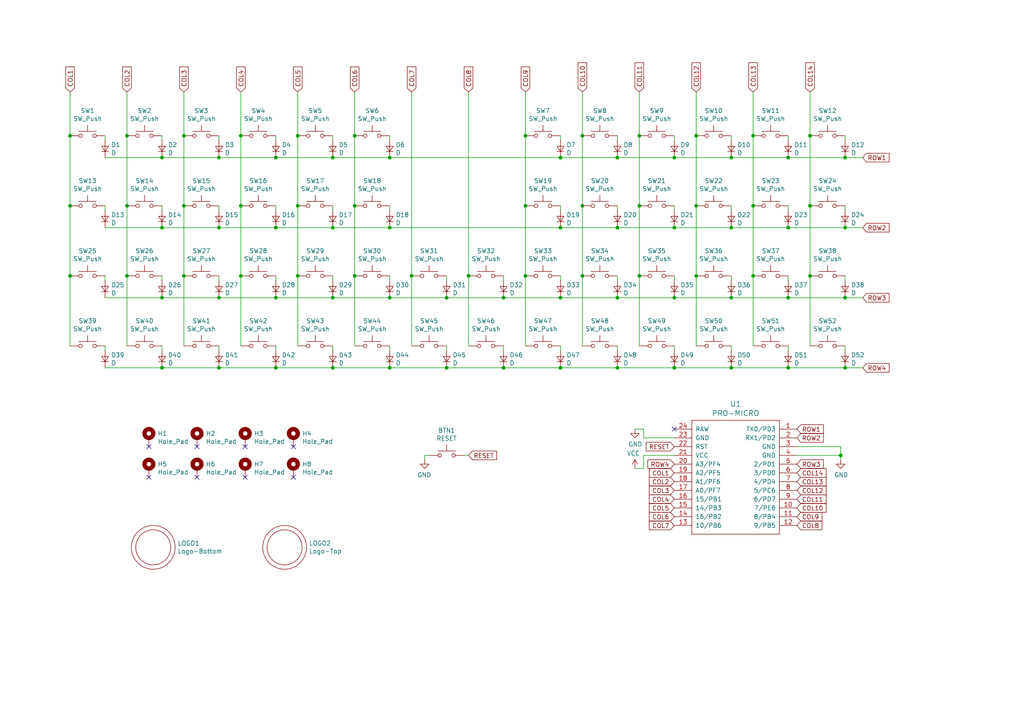
<source format=kicad_sch>
(kicad_sch (version 20250114) (generator "eeschema") (generator_version "9.0")
  (paper "A4")
  (title_block (title "Horizon Choc") (date "2023-11-09") (rev "2.4") (company "skarrmann"))
  (lib_symbols
    (symbol "horizon-components:D" (pin_numbers (hide yes)) (pin_names (offset 0.254) (hide yes))
      (property "Reference" "D" (at -1.27 2.032 0))
      (property "Value" "D" (at -1.27 -2.032 0))
      (symbol "D_0_1"
        (polyline (pts (xy -0.762 0) (xy 0.762 0)))
        (polyline (pts (xy -0.762 -1.016) (xy -0.762 1.016)))
        (polyline (pts (xy 0.762 -1.016) (xy -0.762 0) (xy 0.762 1.016) (xy 0.762 -1.016)))
      )
      (symbol "D_1_1"
        (pin passive line (at -2.54 0 0) (length 1.778) (name "K") (number "1"))
        (pin passive line (at 2.54 0 180) (length 1.778) (name "A") (number "2"))
      )
    )
    (symbol "horizon-components:Hole_Pad" (pin_numbers (hide yes)) (pin_names (offset 1.016) (hide yes))
      (property "Reference" "H" (at 0 6.35 0))
      (property "Value" "Hole_Pad" (at 0 4.445 0))
      (symbol "Hole_Pad_0_1"
        (circle (center 0 1.27) (radius 1.27) (stroke (width 1.27)))
      )
      (symbol "Hole_Pad_1_1"
        (pin input line (at 0 -2.54 90) (length 2.54) (name "1") (number "1"))
      )
    )
    (symbol "horizon-components:Logo" (pin_names (offset 1.016))
      (property "Reference" "LOGO" (at 0 -1.27 0))
      (property "Value" "Logo" (at 0 1.27 0))
      (symbol "Logo_0_1"
        (circle (center 0 0) (radius 5.08))
        (circle (center 0 0) (radius 6.35))
      )
    )
    (symbol "horizon-components:Pro-Micro" (pin_names (offset 1.016))
      (property "Reference" "U" (at 0 0 0))
      (property "Value" "Pro-Micro" (at 0 -19.05 0))
      (symbol "Pro-Micro_0_1"
        (rectangle (start -12.7 -16.51) (end 12.7 16.51))
      )
      (symbol "Pro-Micro_1_1"
        (pin input line (at -17.78 13.97 0) (length 5.08) (name "TX0/PD3") (number "1"))
        (pin input line (at -17.78 11.43 0) (length 5.08) (name "RX1/PD2") (number "2"))
        (pin input line (at -17.78 8.89 0) (length 5.08) (name "GND") (number "3"))
        (pin input line (at -17.78 6.35 0) (length 5.08) (name "GND") (number "4"))
        (pin input line (at -17.78 3.81 0) (length 5.08) (name "2/PD1") (number "5"))
        (pin input line (at -17.78 1.27 0) (length 5.08) (name "3/PD0") (number "6"))
        (pin input line (at -17.78 -1.27 0) (length 5.08) (name "4/PD4") (number "7"))
        (pin input line (at -17.78 -3.81 0) (length 5.08) (name "5/PC6") (number "8"))
        (pin input line (at -17.78 -6.35 0) (length 5.08) (name "6/PD7") (number "9"))
        (pin input line (at -17.78 -8.89 0) (length 5.08) (name "7/PE6") (number "10"))
        (pin input line (at -17.78 -11.43 0) (length 5.08) (name "8/PB4") (number "11"))
        (pin input line (at -17.78 -13.97 0) (length 5.08) (name "9/PB5") (number "12"))
        (pin input line (at 17.78 13.97 180) (length 5.08) (name "RAW") (number "24"))
        (pin input line (at 17.78 11.43 180) (length 5.08) (name "GND") (number "23"))
        (pin input line (at 17.78 8.89 180) (length 5.08) (name "RST") (number "22"))
        (pin input line (at 17.78 6.35 180) (length 5.08) (name "VCC") (number "21"))
        (pin input line (at 17.78 3.81 180) (length 5.08) (name "A3/PF4") (number "20"))
        (pin input line (at 17.78 1.27 180) (length 5.08) (name "A2/PF5") (number "19"))
        (pin input line (at 17.78 -1.27 180) (length 5.08) (name "A1/PF6") (number "18"))
        (pin input line (at 17.78 -3.81 180) (length 5.08) (name "A0/PF7") (number "17"))
        (pin input line (at 17.78 -6.35 180) (length 5.08) (name "15/PB1") (number "16"))
        (pin input line (at 17.78 -8.89 180) (length 5.08) (name "14/PB3") (number "15"))
        (pin input line (at 17.78 -11.43 180) (length 5.08) (name "16/PB2") (number "14"))
        (pin input line (at 17.78 -13.97 180) (length 5.08) (name "10/PB6") (number "13"))
      )
    )
    (symbol "horizon-components:SW_Push" (pin_numbers (hide yes)) (pin_names (offset 1.016) (hide yes))
      (property "Reference" "SW" (at 1.27 2.54 0))
      (property "Value" "SW_Push" (at 0 -1.524 0))
      (symbol "SW_Push_0_1"
        (circle (center -2.032 0) (radius 0.508))
        (polyline (pts (xy 0 1.27) (xy 0 3.048)))
        (circle (center 2.032 0) (radius 0.508))
        (polyline (pts (xy 2.54 1.27) (xy -2.54 1.27)))
        (pin passive line (at -5.08 0 0) (length 2.54) (name "1") (number "1"))
        (pin passive line (at 5.08 0 180) (length 2.54) (name "2") (number "2"))
      )
    )
    (symbol "power:GND" (power) (pin_names (offset 0))
      (property "Value" "GND" (at 0 -3.81 0))
      (symbol "GND_0_1"
        (polyline (pts (xy 0 0) (xy 0 -1.27) (xy 1.27 -1.27) (xy 0 -2.54) (xy -1.27 -1.27) (xy 0 -1.27)))
      )
      (symbol "GND_1_1"
        (pin power_in line (at 0 0 270) (length 0) (hide yes) (name "GND") (number "1"))
      )
    )
    (symbol "power:VCC" (power) (pin_names (offset 0))
      (property "Value" "VCC" (at 0 3.81 0))
      (symbol "VCC_0_1"
        (polyline (pts (xy -0.762 1.27) (xy 0 2.54)))
        (polyline (pts (xy 0 2.54) (xy 0.762 1.27)))
        (polyline (pts (xy 0 0) (xy 0 2.54)))
      )
      (symbol "VCC_1_1"
        (pin power_in line (at 0 0 90) (length 0) (hide yes) (name "VCC") (number "1"))
      )
    )
  )
  (junction (at 46.99 66.04))
  (junction (at 218.44 39.37))
  (junction (at 113.03 66.04))
  (junction (at 212.09 66.04))
  (junction (at 168.91 80.01))
  (junction (at 53.34 39.37))
  (junction (at 36.83 59.69))
  (junction (at 245.11 106.68))
  (junction (at 228.6 66.04))
  (junction (at 179.07 45.72))
  (junction (at 36.83 39.37))
  (junction (at 195.58 66.04))
  (junction (at 212.09 106.68))
  (junction (at 245.11 45.72))
  (junction (at 201.93 80.01))
  (junction (at 129.54 106.68))
  (junction (at 228.6 86.36))
  (junction (at 212.09 45.72))
  (junction (at 80.01 66.04))
  (junction (at 113.03 86.36))
  (junction (at 152.4 80.01))
  (junction (at 195.58 45.72))
  (junction (at 102.87 39.37))
  (junction (at 63.5 106.68))
  (junction (at 168.91 59.69))
  (junction (at 36.83 80.01))
  (junction (at 234.95 39.37))
  (junction (at 234.95 59.69))
  (junction (at 80.01 45.72))
  (junction (at 152.4 59.69))
  (junction (at 53.34 80.01))
  (junction (at 119.38 80.01))
  (junction (at 195.58 86.36))
  (junction (at 46.99 86.36))
  (junction (at 46.99 45.72))
  (junction (at 129.54 86.36))
  (junction (at 20.32 59.69))
  (junction (at 212.09 86.36))
  (junction (at 218.44 80.01))
  (junction (at 96.52 66.04))
  (junction (at 162.56 66.04))
  (junction (at 96.52 106.68))
  (junction (at 152.4 39.37))
  (junction (at 96.52 45.72))
  (junction (at 86.36 59.69))
  (junction (at 102.87 80.01))
  (junction (at 201.93 39.37))
  (junction (at 245.11 86.36))
  (junction (at 96.52 86.36))
  (junction (at 185.42 59.69))
  (junction (at 20.32 80.01))
  (junction (at 146.05 106.68))
  (junction (at 69.85 80.01))
  (junction (at 162.56 86.36))
  (junction (at 228.6 106.68))
  (junction (at 245.11 66.04))
  (junction (at 46.99 106.68))
  (junction (at 243.84 132.08))
  (junction (at 86.36 39.37))
  (junction (at 63.5 66.04))
  (junction (at 20.32 39.37))
  (junction (at 179.07 86.36))
  (junction (at 195.58 106.68))
  (junction (at 63.5 45.72))
  (junction (at 53.34 59.69))
  (junction (at 228.6 45.72))
  (junction (at 113.03 106.68))
  (junction (at 63.5 86.36))
  (junction (at 102.87 59.69))
  (junction (at 185.42 39.37))
  (junction (at 80.01 106.68))
  (junction (at 113.03 45.72))
  (junction (at 218.44 59.69))
  (junction (at 162.56 45.72))
  (junction (at 179.07 66.04))
  (junction (at 69.85 39.37))
  (junction (at 185.42 80.01))
  (junction (at 162.56 106.68))
  (junction (at 168.91 39.37))
  (junction (at 135.89 80.01))
  (junction (at 69.85 59.69))
  (junction (at 146.05 86.36))
  (junction (at 80.01 86.36))
  (junction (at 86.36 80.01))
  (junction (at 234.95 80.01))
  (junction (at 179.07 106.68))
  (junction (at 201.93 59.69))
  (no_connect (at 85.09 138.43))
  (no_connect (at 195.58 124.46))
  (no_connect (at 85.09 129.54))
  (no_connect (at 57.15 138.43))
  (no_connect (at 71.12 129.54))
  (no_connect (at 43.18 129.54))
  (no_connect (at 43.18 138.43))
  (no_connect (at 57.15 129.54))
  (no_connect (at 71.12 138.43))
  (wire (pts (xy 20.32 26.67) (xy 20.32 39.37)))
  (wire (pts (xy 63.5 66.04) (xy 80.01 66.04)))
  (wire (pts (xy 231.14 129.54) (xy 243.84 129.54)))
  (wire (pts (xy 152.4 59.69) (xy 152.4 80.01)))
  (wire (pts (xy 179.07 106.68) (xy 195.58 106.68)))
  (wire (pts (xy 146.05 100.33) (xy 146.05 101.6)))
  (wire (pts (xy 179.07 80.01) (xy 179.07 81.28)))
  (wire (pts (xy 245.11 106.68) (xy 250.19 106.68)))
  (wire (pts (xy 185.42 80.01) (xy 185.42 100.33)))
  (wire (pts (xy 195.58 39.37) (xy 195.58 40.64)))
  (wire (pts (xy 63.5 80.01) (xy 63.5 81.28)))
  (wire (pts (xy 86.36 59.69) (xy 86.36 80.01)))
  (wire (pts (xy 135.89 80.01) (xy 135.89 100.33)))
  (wire (pts (xy 123.19 132.08) (xy 123.19 133.35)))
  (wire (pts (xy 245.11 66.04) (xy 250.19 66.04)))
  (wire (pts (xy 80.01 100.33) (xy 80.01 101.6)))
  (wire (pts (xy 218.44 59.69) (xy 218.44 80.01)))
  (wire (pts (xy 30.48 86.36) (xy 46.99 86.36)))
  (wire (pts (xy 86.36 26.67) (xy 86.36 39.37)))
  (wire (pts (xy 162.56 106.68) (xy 179.07 106.68)))
  (wire (pts (xy 30.48 106.68) (xy 46.99 106.68)))
  (wire (pts (xy 46.99 66.04) (xy 63.5 66.04)))
  (wire (pts (xy 113.03 59.69) (xy 113.03 60.96)))
  (wire (pts (xy 63.5 45.72) (xy 80.01 45.72)))
  (wire (pts (xy 195.58 127) (xy 186.69 127)))
  (wire (pts (xy 86.36 80.01) (xy 86.36 100.33)))
  (wire (pts (xy 185.42 39.37) (xy 185.42 59.69)))
  (wire (pts (xy 245.11 100.33) (xy 245.11 101.6)))
  (wire (pts (xy 212.09 106.68) (xy 228.6 106.68)))
  (wire (pts (xy 168.91 39.37) (xy 168.91 59.69)))
  (wire (pts (xy 96.52 66.04) (xy 113.03 66.04)))
  (wire (pts (xy 245.11 45.72) (xy 250.19 45.72)))
  (wire (pts (xy 201.93 59.69) (xy 201.93 80.01)))
  (wire (pts (xy 63.5 86.36) (xy 80.01 86.36)))
  (wire (pts (xy 113.03 45.72) (xy 162.56 45.72)))
  (wire (pts (xy 46.99 45.72) (xy 63.5 45.72)))
  (wire (pts (xy 186.69 127) (xy 186.69 124.46)))
  (wire (pts (xy 186.69 135.89) (xy 184.15 135.89)))
  (wire (pts (xy 135.89 132.08) (xy 134.62 132.08)))
  (wire (pts (xy 124.46 132.08) (xy 123.19 132.08)))
  (wire (pts (xy 179.07 39.37) (xy 179.07 40.64)))
  (wire (pts (xy 53.34 59.69) (xy 53.34 80.01)))
  (wire (pts (xy 195.58 132.08) (xy 186.69 132.08)))
  (wire (pts (xy 245.11 80.01) (xy 245.11 81.28)))
  (wire (pts (xy 218.44 39.37) (xy 218.44 59.69)))
  (wire (pts (xy 146.05 86.36) (xy 162.56 86.36)))
  (wire (pts (xy 80.01 39.37) (xy 80.01 40.64)))
  (wire (pts (xy 212.09 100.33) (xy 212.09 101.6)))
  (wire (pts (xy 46.99 39.37) (xy 46.99 40.64)))
  (wire (pts (xy 234.95 59.69) (xy 234.95 80.01)))
  (wire (pts (xy 96.52 106.68) (xy 113.03 106.68)))
  (wire (pts (xy 20.32 39.37) (xy 20.32 59.69)))
  (wire (pts (xy 46.99 59.69) (xy 46.99 60.96)))
  (wire (pts (xy 152.4 39.37) (xy 152.4 59.69)))
  (wire (pts (xy 162.56 100.33) (xy 162.56 101.6)))
  (wire (pts (xy 152.4 80.01) (xy 152.4 100.33)))
  (wire (pts (xy 195.58 86.36) (xy 212.09 86.36)))
  (wire (pts (xy 96.52 100.33) (xy 96.52 101.6)))
  (wire (pts (xy 113.03 80.01) (xy 113.03 81.28)))
  (wire (pts (xy 162.56 59.69) (xy 162.56 60.96)))
  (wire (pts (xy 46.99 86.36) (xy 63.5 86.36)))
  (wire (pts (xy 102.87 59.69) (xy 102.87 80.01)))
  (wire (pts (xy 245.11 86.36) (xy 250.19 86.36)))
  (wire (pts (xy 212.09 45.72) (xy 228.6 45.72)))
  (wire (pts (xy 63.5 59.69) (xy 63.5 60.96)))
  (wire (pts (xy 195.58 66.04) (xy 212.09 66.04)))
  (wire (pts (xy 162.56 66.04) (xy 179.07 66.04)))
  (wire (pts (xy 186.69 132.08) (xy 186.69 135.89)))
  (wire (pts (xy 179.07 86.36) (xy 195.58 86.36)))
  (wire (pts (xy 243.84 129.54) (xy 243.84 132.08)))
  (wire (pts (xy 53.34 26.67) (xy 53.34 39.37)))
  (wire (pts (xy 119.38 80.01) (xy 119.38 100.33)))
  (wire (pts (xy 96.52 80.01) (xy 96.52 81.28)))
  (wire (pts (xy 195.58 80.01) (xy 195.58 81.28)))
  (wire (pts (xy 201.93 39.37) (xy 201.93 59.69)))
  (wire (pts (xy 185.42 59.69) (xy 185.42 80.01)))
  (wire (pts (xy 36.83 26.67) (xy 36.83 39.37)))
  (wire (pts (xy 80.01 66.04) (xy 96.52 66.04)))
  (wire (pts (xy 113.03 106.68) (xy 129.54 106.68)))
  (wire (pts (xy 228.6 59.69) (xy 228.6 60.96)))
  (wire (pts (xy 146.05 106.68) (xy 162.56 106.68)))
  (wire (pts (xy 46.99 106.68) (xy 63.5 106.68)))
  (wire (pts (xy 96.52 39.37) (xy 96.52 40.64)))
  (wire (pts (xy 212.09 86.36) (xy 228.6 86.36)))
  (wire (pts (xy 218.44 80.01) (xy 218.44 100.33)))
  (wire (pts (xy 146.05 80.01) (xy 146.05 81.28)))
  (wire (pts (xy 195.58 106.68) (xy 212.09 106.68)))
  (wire (pts (xy 168.91 26.67) (xy 168.91 39.37)))
  (wire (pts (xy 179.07 45.72) (xy 195.58 45.72)))
  (wire (pts (xy 228.6 86.36) (xy 245.11 86.36)))
  (wire (pts (xy 30.48 100.33) (xy 30.48 101.6)))
  (wire (pts (xy 30.48 66.04) (xy 46.99 66.04)))
  (wire (pts (xy 53.34 39.37) (xy 53.34 59.69)))
  (wire (pts (xy 20.32 59.69) (xy 20.32 80.01)))
  (wire (pts (xy 102.87 80.01) (xy 102.87 100.33)))
  (wire (pts (xy 195.58 45.72) (xy 212.09 45.72)))
  (wire (pts (xy 135.89 26.67) (xy 135.89 80.01)))
  (wire (pts (xy 53.34 80.01) (xy 53.34 100.33)))
  (wire (pts (xy 102.87 39.37) (xy 102.87 59.69)))
  (wire (pts (xy 69.85 26.67) (xy 69.85 39.37)))
  (wire (pts (xy 30.48 45.72) (xy 46.99 45.72)))
  (wire (pts (xy 129.54 100.33) (xy 129.54 101.6)))
  (wire (pts (xy 195.58 59.69) (xy 195.58 60.96)))
  (wire (pts (xy 113.03 39.37) (xy 113.03 40.64)))
  (wire (pts (xy 80.01 45.72) (xy 96.52 45.72)))
  (wire (pts (xy 201.93 80.01) (xy 201.93 100.33)))
  (wire (pts (xy 30.48 80.01) (xy 30.48 81.28)))
  (wire (pts (xy 86.36 39.37) (xy 86.36 59.69)))
  (wire (pts (xy 96.52 45.72) (xy 113.03 45.72)))
  (wire (pts (xy 179.07 59.69) (xy 179.07 60.96)))
  (wire (pts (xy 168.91 59.69) (xy 168.91 80.01)))
  (wire (pts (xy 162.56 86.36) (xy 179.07 86.36)))
  (wire (pts (xy 228.6 66.04) (xy 245.11 66.04)))
  (wire (pts (xy 69.85 59.69) (xy 69.85 80.01)))
  (wire (pts (xy 46.99 80.01) (xy 46.99 81.28)))
  (wire (pts (xy 80.01 80.01) (xy 80.01 81.28)))
  (wire (pts (xy 152.4 26.67) (xy 152.4 39.37)))
  (wire (pts (xy 245.11 59.69) (xy 245.11 60.96)))
  (wire (pts (xy 162.56 39.37) (xy 162.56 40.64)))
  (wire (pts (xy 212.09 39.37) (xy 212.09 40.64)))
  (wire (pts (xy 30.48 39.37) (xy 30.48 40.64)))
  (wire (pts (xy 195.58 100.33) (xy 195.58 101.6)))
  (wire (pts (xy 113.03 100.33) (xy 113.03 101.6)))
  (wire (pts (xy 80.01 106.68) (xy 96.52 106.68)))
  (wire (pts (xy 228.6 100.33) (xy 228.6 101.6)))
  (wire (pts (xy 212.09 59.69) (xy 212.09 60.96)))
  (wire (pts (xy 245.11 39.37) (xy 245.11 40.64)))
  (wire (pts (xy 36.83 59.69) (xy 36.83 80.01)))
  (wire (pts (xy 96.52 86.36) (xy 113.03 86.36)))
  (wire (pts (xy 228.6 39.37) (xy 228.6 40.64)))
  (wire (pts (xy 36.83 80.01) (xy 36.83 100.33)))
  (wire (pts (xy 162.56 45.72) (xy 179.07 45.72)))
  (wire (pts (xy 179.07 66.04) (xy 195.58 66.04)))
  (wire (pts (xy 243.84 132.08) (xy 243.84 133.35)))
  (wire (pts (xy 231.14 132.08) (xy 243.84 132.08)))
  (wire (pts (xy 234.95 26.67) (xy 234.95 39.37)))
  (wire (pts (xy 80.01 59.69) (xy 80.01 60.96)))
  (wire (pts (xy 113.03 66.04) (xy 162.56 66.04)))
  (wire (pts (xy 228.6 106.68) (xy 245.11 106.68)))
  (wire (pts (xy 212.09 80.01) (xy 212.09 81.28)))
  (wire (pts (xy 69.85 39.37) (xy 69.85 59.69)))
  (wire (pts (xy 228.6 45.72) (xy 245.11 45.72)))
  (wire (pts (xy 36.83 39.37) (xy 36.83 59.69)))
  (wire (pts (xy 80.01 86.36) (xy 96.52 86.36)))
  (wire (pts (xy 96.52 59.69) (xy 96.52 60.96)))
  (wire (pts (xy 129.54 80.01) (xy 129.54 81.28)))
  (wire (pts (xy 69.85 80.01) (xy 69.85 100.33)))
  (wire (pts (xy 185.42 26.67) (xy 185.42 39.37)))
  (wire (pts (xy 179.07 100.33) (xy 179.07 101.6)))
  (wire (pts (xy 63.5 39.37) (xy 63.5 40.64)))
  (wire (pts (xy 20.32 80.01) (xy 20.32 100.33)))
  (wire (pts (xy 234.95 39.37) (xy 234.95 59.69)))
  (wire (pts (xy 129.54 106.68) (xy 146.05 106.68)))
  (wire (pts (xy 228.6 80.01) (xy 228.6 81.28)))
  (wire (pts (xy 234.95 80.01) (xy 234.95 100.33)))
  (wire (pts (xy 129.54 86.36) (xy 146.05 86.36)))
  (wire (pts (xy 63.5 100.33) (xy 63.5 101.6)))
  (wire (pts (xy 113.03 86.36) (xy 129.54 86.36)))
  (wire (pts (xy 212.09 66.04) (xy 228.6 66.04)))
  (wire (pts (xy 102.87 26.67) (xy 102.87 39.37)))
  (wire (pts (xy 186.69 124.46) (xy 184.15 124.46)))
  (wire (pts (xy 119.38 26.67) (xy 119.38 80.01)))
  (wire (pts (xy 168.91 80.01) (xy 168.91 100.33)))
  (wire (pts (xy 46.99 100.33) (xy 46.99 101.6)))
  (wire (pts (xy 30.48 59.69) (xy 30.48 60.96)))
  (wire (pts (xy 201.93 26.67) (xy 201.93 39.37)))
  (wire (pts (xy 218.44 26.67) (xy 218.44 39.37)))
  (wire (pts (xy 63.5 106.68) (xy 80.01 106.68)))
  (wire (pts (xy 162.56 80.01) (xy 162.56 81.28)))
  (global_label "COL10" (shape input) (at 168.91 26.67 90) (property "Intersheetrefs" "${INTERSHEET_REFS}" (effects (hide yes))))
  (global_label "COL6" (shape input) (at 102.87 26.67 90) (property "Intersheetrefs" "${INTERSHEET_REFS}" (effects (hide yes))))
  (global_label "COL8" (shape input) (at 231.14 152.4 0) (property "Intersheetrefs" "${INTERSHEET_REFS}" (effects (hide yes))))
  (global_label "COL4" (shape input) (at 69.85 26.67 90) (property "Intersheetrefs" "${INTERSHEET_REFS}" (effects (hide yes))))
  (global_label "COL9" (shape input) (at 152.4 26.67 90) (property "Intersheetrefs" "${INTERSHEET_REFS}" (effects (hide yes))))
  (global_label "COL2" (shape input) (at 195.58 139.7 180) (property "Intersheetrefs" "${INTERSHEET_REFS}" (effects (hide yes))))
  (global_label "ROW4" (shape input) (at 250.19 106.68 0) (property "Intersheetrefs" "${INTERSHEET_REFS}" (effects (hide yes))))
  (global_label "ROW2" (shape input) (at 250.19 66.04 0) (property "Intersheetrefs" "${INTERSHEET_REFS}" (effects (hide yes))))
  (global_label "COL9" (shape input) (at 231.14 149.86 0) (property "Intersheetrefs" "${INTERSHEET_REFS}" (effects (hide yes))))
  (global_label "COL6" (shape input) (at 195.58 149.86 180) (property "Intersheetrefs" "${INTERSHEET_REFS}" (effects (hide yes))))
  (global_label "COL5" (shape input) (at 195.58 147.32 180) (property "Intersheetrefs" "${INTERSHEET_REFS}" (effects (hide yes))))
  (global_label "COL12" (shape input) (at 201.93 26.67 90) (property "Intersheetrefs" "${INTERSHEET_REFS}" (effects (hide yes))))
  (global_label "RESET" (shape input) (at 195.58 129.54 180) (property "Intersheetrefs" "${INTERSHEET_REFS}" (effects (hide yes))))
  (global_label "COL3" (shape input) (at 53.34 26.67 90) (property "Intersheetrefs" "${INTERSHEET_REFS}" (effects (hide yes))))
  (global_label "COL1" (shape input) (at 20.32 26.67 90) (property "Intersheetrefs" "${INTERSHEET_REFS}" (effects (hide yes))))
  (global_label "RESET" (shape input) (at 135.89 132.08 0) (property "Intersheetrefs" "${INTERSHEET_REFS}" (effects (hide yes))))
  (global_label "COL3" (shape input) (at 195.58 142.24 180) (property "Intersheetrefs" "${INTERSHEET_REFS}" (effects (hide yes))))
  (global_label "COL14" (shape input) (at 231.14 137.16 0) (property "Intersheetrefs" "${INTERSHEET_REFS}" (effects (hide yes))))
  (global_label "COL10" (shape input) (at 231.14 147.32 0) (property "Intersheetrefs" "${INTERSHEET_REFS}" (effects (hide yes))))
  (global_label "ROW1" (shape input) (at 250.19 45.72 0) (property "Intersheetrefs" "${INTERSHEET_REFS}" (effects (hide yes))))
  (global_label "COL11" (shape input) (at 185.42 26.67 90) (property "Intersheetrefs" "${INTERSHEET_REFS}" (effects (hide yes))))
  (global_label "COL11" (shape input) (at 231.14 144.78 0) (property "Intersheetrefs" "${INTERSHEET_REFS}" (effects (hide yes))))
  (global_label "COL4" (shape input) (at 195.58 144.78 180) (property "Intersheetrefs" "${INTERSHEET_REFS}" (effects (hide yes))))
  (global_label "ROW2" (shape input) (at 231.14 127 0) (property "Intersheetrefs" "${INTERSHEET_REFS}" (effects (hide yes))))
  (global_label "COL8" (shape input) (at 135.89 26.67 90) (property "Intersheetrefs" "${INTERSHEET_REFS}" (effects (hide yes))))
  (global_label "COL1" (shape input) (at 195.58 137.16 180) (property "Intersheetrefs" "${INTERSHEET_REFS}" (effects (hide yes))))
  (global_label "ROW3" (shape input) (at 231.14 134.62 0) (property "Intersheetrefs" "${INTERSHEET_REFS}" (effects (hide yes))))
  (global_label "COL5" (shape input) (at 86.36 26.67 90) (property "Intersheetrefs" "${INTERSHEET_REFS}" (effects (hide yes))))
  (global_label "COL12" (shape input) (at 231.14 142.24 0) (property "Intersheetrefs" "${INTERSHEET_REFS}" (effects (hide yes))))
  (global_label "ROW3" (shape input) (at 250.19 86.36 0) (property "Intersheetrefs" "${INTERSHEET_REFS}" (effects (hide yes))))
  (global_label "COL13" (shape input) (at 218.44 26.67 90) (property "Intersheetrefs" "${INTERSHEET_REFS}" (effects (hide yes))))
  (global_label "ROW4" (shape input) (at 195.58 134.62 180) (property "Intersheetrefs" "${INTERSHEET_REFS}" (effects (hide yes))))
  (global_label "COL13" (shape input) (at 231.14 139.7 0) (property "Intersheetrefs" "${INTERSHEET_REFS}" (effects (hide yes))))
  (global_label "COL7" (shape input) (at 119.38 26.67 90) (property "Intersheetrefs" "${INTERSHEET_REFS}" (effects (hide yes))))
  (global_label "COL2" (shape input) (at 36.83 26.67 90) (property "Intersheetrefs" "${INTERSHEET_REFS}" (effects (hide yes))))
  (global_label "ROW1" (shape input) (at 231.14 124.46 0) (property "Intersheetrefs" "${INTERSHEET_REFS}" (effects (hide yes))))
  (global_label "COL7" (shape input) (at 195.58 152.4 180) (property "Intersheetrefs" "${INTERSHEET_REFS}" (effects (hide yes))))
  (global_label "COL14" (shape input) (at 234.95 26.67 90) (property "Intersheetrefs" "${INTERSHEET_REFS}" (effects (hide yes))))
  (symbol (lib_id "horizon-components:SW_Push") (at 25.4 39.37 0) (unit 1)
    (property "Reference" "SW1" (at 25.4 32.131 0))
    (property "Value" "SW_Push" (at 25.4 34.4424 0))
    (property "Footprint" "ScottoKeebs_Choc:Choc_V2_1.00u" (effects (hide yes)))
  )
  (symbol (lib_id "horizon-components:SW_Push") (at 25.4 59.69 0) (unit 1)
    (property "Reference" "SW13" (at 25.4 52.451 0))
    (property "Value" "SW_Push" (at 25.4 54.7624 0))
    (property "Footprint" "ScottoKeebs_Choc:Choc_V2_1.00u" (effects (hide yes)))
  )
  (symbol (lib_id "horizon-components:D") (at 30.48 63.5 90) (unit 1)
    (property "Reference" "D13" (at 32.2072 62.3316 90) (effects (justify right)))
    (property "Value" "D" (at 32.2072 64.643 90) (effects (justify right)))
    (property "Footprint" "horizon-footprints:D_SOD-123" (effects (hide yes)))
  )
  (symbol (lib_id "horizon-components:SW_Push") (at 129.54 132.08 0) (mirror y) (unit 1)
    (property "Reference" "BTN1" (at 129.54 124.841 0))
    (property "Value" "RESET" (at 129.54 127.1524 0))
    (property "Footprint" "horizon-footprints:SW_Push_6mm" (effects (hide yes)))
  )
  (symbol (lib_id "horizon-components:Pro-Micro") (at 213.36 138.43 0) (mirror y) (unit 1)
    (property "Reference" "U1" (at 213.36 117.1702 0) (effects (font (size 1.524 1.524))))
    (property "Value" "PRO-MICRO" (at 213.36 119.8626 0) (effects (font (size 1.524 1.524))))
    (property "Footprint" "horizon-footprints:Pro-Micro" (effects (hide yes)))
  )
  (symbol (lib_id "power:GND") (at 123.19 133.35 0) (mirror y) (unit 1)
    (property "Reference" "#PWR07" (effects (hide yes)))
    (property "Value" "GND" (at 123.063 137.7442 0))
  )
  (symbol (lib_id "power:GND") (at 243.84 133.35 0) (unit 1)
    (property "Reference" "#PWR04" (effects (hide yes)))
    (property "Value" "GND" (at 243.967 137.7442 0))
  )
  (symbol (lib_id "horizon-components:D") (at 30.48 43.18 90) (unit 1)
    (property "Reference" "D1" (at 32.2072 42.0116 90) (effects (justify right)))
    (property "Value" "D" (at 32.2072 44.323 90) (effects (justify right)))
    (property "Footprint" "horizon-footprints:D_SOD-123" (effects (hide yes)))
  )
  (symbol (lib_id "power:VCC") (at 184.15 135.89 0) (mirror y) (unit 1)
    (property "Reference" "#PWR05" (effects (hide yes)))
    (property "Value" "VCC" (at 183.7182 131.4958 0))
  )
  (symbol (lib_id "horizon-components:SW_Push") (at 25.4 80.01 0) (unit 1)
    (property "Reference" "SW25" (at 25.4 72.771 0))
    (property "Value" "SW_Push" (at 25.4 75.0824 0))
    (property "Footprint" "ScottoKeebs_Choc:Choc_V2_1.00u" (effects (hide yes)))
  )
  (symbol (lib_id "horizon-components:D") (at 30.48 83.82 90) (unit 1)
    (property "Reference" "D25" (at 32.2072 82.6516 90) (effects (justify right)))
    (property "Value" "D" (at 32.2072 84.963 90) (effects (justify right)))
    (property "Footprint" "horizon-footprints:D_SOD-123" (effects (hide yes)))
  )
  (symbol (lib_id "horizon-components:SW_Push") (at 25.4 100.33 0) (unit 1)
    (property "Reference" "SW39" (at 25.4 93.091 0))
    (property "Value" "SW_Push" (at 25.4 95.4024 0))
    (property "Footprint" "ScottoKeebs_Choc:Choc_V2_1.00u" (effects (hide yes)))
  )
  (symbol (lib_id "horizon-components:D") (at 30.48 104.14 90) (unit 1)
    (property "Reference" "D39" (at 32.2072 102.9716 90) (effects (justify right)))
    (property "Value" "D" (at 32.2072 105.283 90) (effects (justify right)))
    (property "Footprint" "horizon-footprints:D_SOD-123" (effects (hide yes)))
  )
  (symbol (lib_id "horizon-components:Hole_Pad") (at 43.18 127 0) (unit 1)
    (property "Reference" "H1" (at 45.72 125.7554 0) (effects (justify left)))
    (property "Value" "Hole_Pad" (at 45.72 128.0668 0) (effects (justify left)))
    (property "Footprint" "horizon-footprints:Mount_M2" (effects (hide yes)))
  )
  (symbol (lib_id "horizon-components:Hole_Pad") (at 57.15 127 0) (unit 1)
    (property "Reference" "H2" (at 59.69 125.7554 0) (effects (justify left)))
    (property "Value" "Hole_Pad" (at 59.69 128.0668 0) (effects (justify left)))
    (property "Footprint" "horizon-footprints:Mount_M2" (effects (hide yes)))
  )
  (symbol (lib_id "horizon-components:Hole_Pad") (at 71.12 127 0) (unit 1)
    (property "Reference" "H3" (at 73.66 125.7554 0) (effects (justify left)))
    (property "Value" "Hole_Pad" (at 73.66 128.0668 0) (effects (justify left)))
    (property "Footprint" "horizon-footprints:Mount_M2" (effects (hide yes)))
  )
  (symbol (lib_id "horizon-components:Hole_Pad") (at 85.09 127 0) (unit 1)
    (property "Reference" "H4" (at 87.63 125.7554 0) (effects (justify left)))
    (property "Value" "Hole_Pad" (at 87.63 128.0668 0) (effects (justify left)))
    (property "Footprint" "horizon-footprints:Mount_M2" (effects (hide yes)))
  )
  (symbol (lib_id "horizon-components:Logo") (at 44.45 158.75 0) (unit 1)
    (property "Reference" "LOGO1" (at 51.5112 157.5816 0) (effects (justify left)))
    (property "Value" "Logo-Bottom" (at 51.5112 159.893 0) (effects (justify left)))
    (property "Footprint" "horizon-footprints:Logo_Horizon_Small" (effects (hide yes)))
  )
  (symbol (lib_id "horizon-components:D") (at 129.54 83.82 90) (unit 1)
    (property "Reference" "D31" (at 131.2672 82.6516 90) (effects (justify right)))
    (property "Value" "D" (at 131.2672 84.963 90) (effects (justify right)))
    (property "Footprint" "horizon-footprints:D_SOD-123" (effects (hide yes)))
  )
  (symbol (lib_id "horizon-components:SW_Push") (at 124.46 80.01 0) (unit 1)
    (property "Reference" "SW31" (at 124.46 72.771 0))
    (property "Value" "SW_Push" (at 124.46 75.0824 0))
    (property "Footprint" "ScottoKeebs_Choc:Choc_V2_1.00u" (effects (hide yes)))
  )
  (symbol (lib_id "horizon-components:D") (at 146.05 83.82 90) (unit 1)
    (property "Reference" "D32" (at 147.7772 82.6516 90) (effects (justify right)))
    (property "Value" "D" (at 147.7772 84.963 90) (effects (justify right)))
    (property "Footprint" "horizon-footprints:D_SOD-123" (effects (hide yes)))
  )
  (symbol (lib_id "horizon-components:SW_Push") (at 140.97 80.01 0) (unit 1)
    (property "Reference" "SW32" (at 140.97 72.771 0))
    (property "Value" "SW_Push" (at 140.97 75.0824 0))
    (property "Footprint" "ScottoKeebs_Choc:Choc_V2_1.00u" (effects (hide yes)))
  )
  (symbol (lib_id "horizon-components:D") (at 46.99 83.82 90) (unit 1)
    (property "Reference" "D26" (at 48.7172 82.6516 90) (effects (justify right)))
    (property "Value" "D" (at 48.7172 84.963 90) (effects (justify right)))
    (property "Footprint" "horizon-footprints:D_SOD-123" (effects (hide yes)))
  )
  (symbol (lib_id "horizon-components:SW_Push") (at 41.91 80.01 0) (unit 1)
    (property "Reference" "SW26" (at 41.91 72.771 0))
    (property "Value" "SW_Push" (at 41.91 75.0824 0))
    (property "Footprint" "ScottoKeebs_Choc:Choc_V2_1.00u" (effects (hide yes)))
  )
  (symbol (lib_id "horizon-components:D") (at 46.99 43.18 90) (unit 1)
    (property "Reference" "D2" (at 48.7172 42.0116 90) (effects (justify right)))
    (property "Value" "D" (at 48.7172 44.323 90) (effects (justify right)))
    (property "Footprint" "horizon-footprints:D_SOD-123" (effects (hide yes)))
  )
  (symbol (lib_id "horizon-components:SW_Push") (at 41.91 39.37 0) (unit 1)
    (property "Reference" "SW2" (at 41.91 32.131 0))
    (property "Value" "SW_Push" (at 41.91 34.4424 0))
    (property "Footprint" "ScottoKeebs_Choc:Choc_V2_1.00u" (effects (hide yes)))
  )
  (symbol (lib_id "horizon-components:D") (at 46.99 63.5 90) (unit 1)
    (property "Reference" "D14" (at 48.7172 62.3316 90) (effects (justify right)))
    (property "Value" "D" (at 48.7172 64.643 90) (effects (justify right)))
    (property "Footprint" "horizon-footprints:D_SOD-123" (effects (hide yes)))
  )
  (symbol (lib_id "horizon-components:SW_Push") (at 41.91 59.69 0) (unit 1)
    (property "Reference" "SW14" (at 41.91 52.451 0))
    (property "Value" "SW_Push" (at 41.91 54.7624 0))
    (property "Footprint" "ScottoKeebs_Choc:Choc_V2_1.00u" (effects (hide yes)))
  )
  (symbol (lib_id "horizon-components:SW_Push") (at 41.91 100.33 0) (unit 1)
    (property "Reference" "SW40" (at 41.91 93.091 0))
    (property "Value" "SW_Push" (at 41.91 95.4024 0))
    (property "Footprint" "ScottoKeebs_Choc:Choc_V2_1.00u" (effects (hide yes)))
  )
  (symbol (lib_id "horizon-components:D") (at 46.99 104.14 90) (unit 1)
    (property "Reference" "D40" (at 48.7172 102.9716 90) (effects (justify right)))
    (property "Value" "D" (at 48.7172 105.283 90) (effects (justify right)))
    (property "Footprint" "horizon-footprints:D_SOD-123" (effects (hide yes)))
  )
  (symbol (lib_id "horizon-components:D") (at 63.5 83.82 90) (unit 1)
    (property "Reference" "D27" (at 65.2272 82.6516 90) (effects (justify right)))
    (property "Value" "D" (at 65.2272 84.963 90) (effects (justify right)))
    (property "Footprint" "horizon-footprints:D_SOD-123" (effects (hide yes)))
  )
  (symbol (lib_id "horizon-components:SW_Push") (at 58.42 80.01 0) (unit 1)
    (property "Reference" "SW27" (at 58.42 72.771 0))
    (property "Value" "SW_Push" (at 58.42 75.0824 0))
    (property "Footprint" "ScottoKeebs_Choc:Choc_V2_1.00u" (effects (hide yes)))
  )
  (symbol (lib_id "horizon-components:D") (at 63.5 43.18 90) (unit 1)
    (property "Reference" "D3" (at 65.2272 42.0116 90) (effects (justify right)))
    (property "Value" "D" (at 65.2272 44.323 90) (effects (justify right)))
    (property "Footprint" "horizon-footprints:D_SOD-123" (effects (hide yes)))
  )
  (symbol (lib_id "horizon-components:SW_Push") (at 58.42 39.37 0) (unit 1)
    (property "Reference" "SW3" (at 58.42 32.131 0))
    (property "Value" "SW_Push" (at 58.42 34.4424 0))
    (property "Footprint" "ScottoKeebs_Choc:Choc_V2_1.00u" (effects (hide yes)))
  )
  (symbol (lib_id "horizon-components:D") (at 63.5 63.5 90) (unit 1)
    (property "Reference" "D15" (at 65.2272 62.3316 90) (effects (justify right)))
    (property "Value" "D" (at 65.2272 64.643 90) (effects (justify right)))
    (property "Footprint" "horizon-footprints:D_SOD-123" (effects (hide yes)))
  )
  (symbol (lib_id "horizon-components:SW_Push") (at 58.42 59.69 0) (unit 1)
    (property "Reference" "SW15" (at 58.42 52.451 0))
    (property "Value" "SW_Push" (at 58.42 54.7624 0))
    (property "Footprint" "ScottoKeebs_Choc:Choc_V2_1.00u" (effects (hide yes)))
  )
  (symbol (lib_id "horizon-components:SW_Push") (at 58.42 100.33 0) (unit 1)
    (property "Reference" "SW41" (at 58.42 93.091 0))
    (property "Value" "SW_Push" (at 58.42 95.4024 0))
    (property "Footprint" "ScottoKeebs_Choc:Choc_V2_1.00u" (effects (hide yes)))
  )
  (symbol (lib_id "horizon-components:D") (at 63.5 104.14 90) (unit 1)
    (property "Reference" "D41" (at 65.2272 102.9716 90) (effects (justify right)))
    (property "Value" "D" (at 65.2272 105.283 90) (effects (justify right)))
    (property "Footprint" "horizon-footprints:D_SOD-123" (effects (hide yes)))
  )
  (symbol (lib_id "horizon-components:D") (at 80.01 83.82 90) (unit 1)
    (property "Reference" "D28" (at 81.7372 82.6516 90) (effects (justify right)))
    (property "Value" "D" (at 81.7372 84.963 90) (effects (justify right)))
    (property "Footprint" "horizon-footprints:D_SOD-123" (effects (hide yes)))
  )
  (symbol (lib_id "horizon-components:SW_Push") (at 74.93 80.01 0) (unit 1)
    (property "Reference" "SW28" (at 74.93 72.771 0))
    (property "Value" "SW_Push" (at 74.93 75.0824 0))
    (property "Footprint" "ScottoKeebs_Choc:Choc_V2_1.00u" (effects (hide yes)))
  )
  (symbol (lib_id "horizon-components:D") (at 80.01 43.18 90) (unit 1)
    (property "Reference" "D4" (at 81.7372 42.0116 90) (effects (justify right)))
    (property "Value" "D" (at 81.7372 44.323 90) (effects (justify right)))
    (property "Footprint" "horizon-footprints:D_SOD-123" (effects (hide yes)))
  )
  (symbol (lib_id "horizon-components:SW_Push") (at 74.93 39.37 0) (unit 1)
    (property "Reference" "SW4" (at 74.93 32.131 0))
    (property "Value" "SW_Push" (at 74.93 34.4424 0))
    (property "Footprint" "ScottoKeebs_Choc:Choc_V2_1.00u" (effects (hide yes)))
  )
  (symbol (lib_id "horizon-components:D") (at 80.01 63.5 90) (unit 1)
    (property "Reference" "D16" (at 81.7372 62.3316 90) (effects (justify right)))
    (property "Value" "D" (at 81.7372 64.643 90) (effects (justify right)))
    (property "Footprint" "horizon-footprints:D_SOD-123" (effects (hide yes)))
  )
  (symbol (lib_id "horizon-components:SW_Push") (at 74.93 59.69 0) (unit 1)
    (property "Reference" "SW16" (at 74.93 52.451 0))
    (property "Value" "SW_Push" (at 74.93 54.7624 0))
    (property "Footprint" "ScottoKeebs_Choc:Choc_V2_1.00u" (effects (hide yes)))
  )
  (symbol (lib_id "horizon-components:SW_Push") (at 74.93 100.33 0) (unit 1)
    (property "Reference" "SW42" (at 74.93 93.091 0))
    (property "Value" "SW_Push" (at 74.93 95.4024 0))
    (property "Footprint" "ScottoKeebs_Choc:Choc_V2_1.00u" (effects (hide yes)))
  )
  (symbol (lib_id "horizon-components:D") (at 80.01 104.14 90) (unit 1)
    (property "Reference" "D42" (at 81.7372 102.9716 90) (effects (justify right)))
    (property "Value" "D" (at 81.7372 105.283 90) (effects (justify right)))
    (property "Footprint" "horizon-footprints:D_SOD-123" (effects (hide yes)))
  )
  (symbol (lib_id "horizon-components:D") (at 96.52 83.82 90) (unit 1)
    (property "Reference" "D29" (at 98.2472 82.6516 90) (effects (justify right)))
    (property "Value" "D" (at 98.2472 84.963 90) (effects (justify right)))
    (property "Footprint" "horizon-footprints:D_SOD-123" (effects (hide yes)))
  )
  (symbol (lib_id "horizon-components:SW_Push") (at 91.44 80.01 0) (unit 1)
    (property "Reference" "SW29" (at 91.44 72.771 0))
    (property "Value" "SW_Push" (at 91.44 75.0824 0))
    (property "Footprint" "ScottoKeebs_Choc:Choc_V2_1.00u" (effects (hide yes)))
  )
  (symbol (lib_id "horizon-components:D") (at 96.52 43.18 90) (unit 1)
    (property "Reference" "D5" (at 98.2472 42.0116 90) (effects (justify right)))
    (property "Value" "D" (at 98.2472 44.323 90) (effects (justify right)))
    (property "Footprint" "horizon-footprints:D_SOD-123" (effects (hide yes)))
  )
  (symbol (lib_id "horizon-components:SW_Push") (at 91.44 39.37 0) (unit 1)
    (property "Reference" "SW5" (at 91.44 32.131 0))
    (property "Value" "SW_Push" (at 91.44 34.4424 0))
    (property "Footprint" "ScottoKeebs_Choc:Choc_V2_1.00u" (effects (hide yes)))
  )
  (symbol (lib_id "horizon-components:D") (at 96.52 63.5 90) (unit 1)
    (property "Reference" "D17" (at 98.2472 62.3316 90) (effects (justify right)))
    (property "Value" "D" (at 98.2472 64.643 90) (effects (justify right)))
    (property "Footprint" "horizon-footprints:D_SOD-123" (effects (hide yes)))
  )
  (symbol (lib_id "horizon-components:SW_Push") (at 91.44 59.69 0) (unit 1)
    (property "Reference" "SW17" (at 91.44 52.451 0))
    (property "Value" "SW_Push" (at 91.44 54.7624 0))
    (property "Footprint" "ScottoKeebs_Choc:Choc_V2_1.00u" (effects (hide yes)))
  )
  (symbol (lib_id "horizon-components:SW_Push") (at 91.44 100.33 0) (unit 1)
    (property "Reference" "SW43" (at 91.44 93.091 0))
    (property "Value" "SW_Push" (at 91.44 95.4024 0))
    (property "Footprint" "ScottoKeebs_Choc:Choc_V2_1.00u" (effects (hide yes)))
  )
  (symbol (lib_id "horizon-components:D") (at 96.52 104.14 90) (unit 1)
    (property "Reference" "D43" (at 98.2472 102.9716 90) (effects (justify right)))
    (property "Value" "D" (at 98.2472 105.283 90) (effects (justify right)))
    (property "Footprint" "horizon-footprints:D_SOD-123" (effects (hide yes)))
  )
  (symbol (lib_id "horizon-components:D") (at 113.03 83.82 90) (unit 1)
    (property "Reference" "D30" (at 114.7572 82.6516 90) (effects (justify right)))
    (property "Value" "D" (at 114.7572 84.963 90) (effects (justify right)))
    (property "Footprint" "horizon-footprints:D_SOD-123" (effects (hide yes)))
  )
  (symbol (lib_id "horizon-components:SW_Push") (at 107.95 80.01 0) (unit 1)
    (property "Reference" "SW30" (at 107.95 72.771 0))
    (property "Value" "SW_Push" (at 107.95 75.0824 0))
    (property "Footprint" "ScottoKeebs_Choc:Choc_V2_1.00u" (effects (hide yes)))
  )
  (symbol (lib_id "horizon-components:D") (at 113.03 43.18 90) (unit 1)
    (property "Reference" "D6" (at 114.7572 42.0116 90) (effects (justify right)))
    (property "Value" "D" (at 114.7572 44.323 90) (effects (justify right)))
    (property "Footprint" "horizon-footprints:D_SOD-123" (effects (hide yes)))
  )
  (symbol (lib_id "horizon-components:SW_Push") (at 107.95 39.37 0) (unit 1)
    (property "Reference" "SW6" (at 107.95 32.131 0))
    (property "Value" "SW_Push" (at 107.95 34.4424 0))
    (property "Footprint" "ScottoKeebs_Choc:Choc_V2_1.00u" (effects (hide yes)))
  )
  (symbol (lib_id "horizon-components:D") (at 113.03 63.5 90) (unit 1)
    (property "Reference" "D18" (at 114.7572 62.3316 90) (effects (justify right)))
    (property "Value" "D" (at 114.7572 64.643 90) (effects (justify right)))
    (property "Footprint" "horizon-footprints:D_SOD-123" (effects (hide yes)))
  )
  (symbol (lib_id "horizon-components:SW_Push") (at 107.95 59.69 0) (unit 1)
    (property "Reference" "SW18" (at 107.95 52.451 0))
    (property "Value" "SW_Push" (at 107.95 54.7624 0))
    (property "Footprint" "ScottoKeebs_Choc:Choc_V2_1.00u" (effects (hide yes)))
  )
  (symbol (lib_id "horizon-components:SW_Push") (at 107.95 100.33 0) (unit 1)
    (property "Reference" "SW44" (at 107.95 93.091 0))
    (property "Value" "SW_Push" (at 107.95 95.4024 0))
    (property "Footprint" "ScottoKeebs_Choc:Choc_V2_1.00u" (effects (hide yes)))
  )
  (symbol (lib_id "horizon-components:D") (at 113.03 104.14 90) (unit 1)
    (property "Reference" "D44" (at 114.7572 102.9716 90) (effects (justify right)))
    (property "Value" "D" (at 114.7572 105.283 90) (effects (justify right)))
    (property "Footprint" "horizon-footprints:D_SOD-123" (effects (hide yes)))
  )
  (symbol (lib_id "horizon-components:SW_Push") (at 124.46 100.33 0) (unit 1)
    (property "Reference" "SW45" (at 124.46 93.091 0))
    (property "Value" "SW_Push" (at 124.46 95.4024 0))
    (property "Footprint" "ScottoKeebs_Choc:Choc_V2_1.00u" (effects (hide yes)))
  )
  (symbol (lib_id "horizon-components:D") (at 129.54 104.14 90) (unit 1)
    (property "Reference" "D45" (at 131.2672 102.9716 90) (effects (justify right)))
    (property "Value" "D" (at 131.2672 105.283 90) (effects (justify right)))
    (property "Footprint" "horizon-footprints:D_SOD-123" (effects (hide yes)))
  )
  (symbol (lib_id "horizon-components:SW_Push") (at 140.97 100.33 0) (unit 1)
    (property "Reference" "SW46" (at 140.97 93.091 0))
    (property "Value" "SW_Push" (at 140.97 95.4024 0))
    (property "Footprint" "ScottoKeebs_Choc:Choc_V2_1.00u" (effects (hide yes)))
  )
  (symbol (lib_id "horizon-components:D") (at 146.05 104.14 90) (unit 1)
    (property "Reference" "D46" (at 147.7772 102.9716 90) (effects (justify right)))
    (property "Value" "D" (at 147.7772 105.283 90) (effects (justify right)))
    (property "Footprint" "horizon-footprints:D_SOD-123" (effects (hide yes)))
  )
  (symbol (lib_id "horizon-components:D") (at 162.56 83.82 90) (unit 1)
    (property "Reference" "D33" (at 164.2872 82.6516 90) (effects (justify right)))
    (property "Value" "D" (at 164.2872 84.963 90) (effects (justify right)))
    (property "Footprint" "horizon-footprints:D_SOD-123" (effects (hide yes)))
  )
  (symbol (lib_id "horizon-components:SW_Push") (at 157.48 80.01 0) (unit 1)
    (property "Reference" "SW33" (at 157.48 72.771 0))
    (property "Value" "SW_Push" (at 157.48 75.0824 0))
    (property "Footprint" "ScottoKeebs_Choc:Choc_V2_1.00u" (effects (hide yes)))
  )
  (symbol (lib_id "horizon-components:D") (at 162.56 43.18 90) (unit 1)
    (property "Reference" "D7" (at 164.2872 42.0116 90) (effects (justify right)))
    (property "Value" "D" (at 164.2872 44.323 90) (effects (justify right)))
    (property "Footprint" "horizon-footprints:D_SOD-123" (effects (hide yes)))
  )
  (symbol (lib_id "horizon-components:SW_Push") (at 157.48 39.37 0) (unit 1)
    (property "Reference" "SW7" (at 157.48 32.131 0))
    (property "Value" "SW_Push" (at 157.48 34.4424 0))
    (property "Footprint" "ScottoKeebs_Choc:Choc_V2_1.00u" (effects (hide yes)))
  )
  (symbol (lib_id "horizon-components:D") (at 162.56 63.5 90) (unit 1)
    (property "Reference" "D19" (at 164.2872 62.3316 90) (effects (justify right)))
    (property "Value" "D" (at 164.2872 64.643 90) (effects (justify right)))
    (property "Footprint" "horizon-footprints:D_SOD-123" (effects (hide yes)))
  )
  (symbol (lib_id "horizon-components:SW_Push") (at 157.48 59.69 0) (unit 1)
    (property "Reference" "SW19" (at 157.48 52.451 0))
    (property "Value" "SW_Push" (at 157.48 54.7624 0))
    (property "Footprint" "ScottoKeebs_Choc:Choc_V2_1.00u" (effects (hide yes)))
  )
  (symbol (lib_id "horizon-components:SW_Push") (at 157.48 100.33 0) (unit 1)
    (property "Reference" "SW47" (at 157.48 93.091 0))
    (property "Value" "SW_Push" (at 157.48 95.4024 0))
    (property "Footprint" "ScottoKeebs_Choc:Choc_V2_1.00u" (effects (hide yes)))
  )
  (symbol (lib_id "horizon-components:D") (at 162.56 104.14 90) (unit 1)
    (property "Reference" "D47" (at 164.2872 102.9716 90) (effects (justify right)))
    (property "Value" "D" (at 164.2872 105.283 90) (effects (justify right)))
    (property "Footprint" "horizon-footprints:D_SOD-123" (effects (hide yes)))
  )
  (symbol (lib_id "horizon-components:D") (at 179.07 83.82 90) (unit 1)
    (property "Reference" "D34" (at 180.7972 82.6516 90) (effects (justify right)))
    (property "Value" "D" (at 180.7972 84.963 90) (effects (justify right)))
    (property "Footprint" "horizon-footprints:D_SOD-123" (effects (hide yes)))
  )
  (symbol (lib_id "horizon-components:SW_Push") (at 173.99 80.01 0) (unit 1)
    (property "Reference" "SW34" (at 173.99 72.771 0))
    (property "Value" "SW_Push" (at 173.99 75.0824 0))
    (property "Footprint" "ScottoKeebs_Choc:Choc_V2_1.00u" (effects (hide yes)))
  )
  (symbol (lib_id "horizon-components:D") (at 179.07 43.18 90) (unit 1)
    (property "Reference" "D8" (at 180.7972 42.0116 90) (effects (justify right)))
    (property "Value" "D" (at 180.7972 44.323 90) (effects (justify right)))
    (property "Footprint" "horizon-footprints:D_SOD-123" (effects (hide yes)))
  )
  (symbol (lib_id "horizon-components:SW_Push") (at 173.99 39.37 0) (unit 1)
    (property "Reference" "SW8" (at 173.99 32.131 0))
    (property "Value" "SW_Push" (at 173.99 34.4424 0))
    (property "Footprint" "ScottoKeebs_Choc:Choc_V2_1.00u" (effects (hide yes)))
  )
  (symbol (lib_id "horizon-components:D") (at 179.07 63.5 90) (unit 1)
    (property "Reference" "D20" (at 180.7972 62.3316 90) (effects (justify right)))
    (property "Value" "D" (at 180.7972 64.643 90) (effects (justify right)))
    (property "Footprint" "horizon-footprints:D_SOD-123" (effects (hide yes)))
  )
  (symbol (lib_id "horizon-components:SW_Push") (at 173.99 59.69 0) (unit 1)
    (property "Reference" "SW20" (at 173.99 52.451 0))
    (property "Value" "SW_Push" (at 173.99 54.7624 0))
    (property "Footprint" "ScottoKeebs_Choc:Choc_V2_1.00u" (effects (hide yes)))
  )
  (symbol (lib_id "horizon-components:SW_Push") (at 173.99 100.33 0) (unit 1)
    (property "Reference" "SW48" (at 173.99 93.091 0))
    (property "Value" "SW_Push" (at 173.99 95.4024 0))
    (property "Footprint" "ScottoKeebs_Choc:Choc_V2_1.00u" (effects (hide yes)))
  )
  (symbol (lib_id "horizon-components:D") (at 179.07 104.14 90) (unit 1)
    (property "Reference" "D48" (at 180.7972 102.9716 90) (effects (justify right)))
    (property "Value" "D" (at 180.7972 105.283 90) (effects (justify right)))
    (property "Footprint" "horizon-footprints:D_SOD-123" (effects (hide yes)))
  )
  (symbol (lib_id "horizon-components:D") (at 195.58 83.82 90) (unit 1)
    (property "Reference" "D35" (at 197.3072 82.6516 90) (effects (justify right)))
    (property "Value" "D" (at 197.3072 84.963 90) (effects (justify right)))
    (property "Footprint" "horizon-footprints:D_SOD-123" (effects (hide yes)))
  )
  (symbol (lib_id "horizon-components:SW_Push") (at 190.5 80.01 0) (unit 1)
    (property "Reference" "SW35" (at 190.5 72.771 0))
    (property "Value" "SW_Push" (at 190.5 75.0824 0))
    (property "Footprint" "ScottoKeebs_Choc:Choc_V2_1.00u" (effects (hide yes)))
  )
  (symbol (lib_id "horizon-components:D") (at 195.58 43.18 90) (unit 1)
    (property "Reference" "D9" (at 197.3072 42.0116 90) (effects (justify right)))
    (property "Value" "D" (at 197.3072 44.323 90) (effects (justify right)))
    (property "Footprint" "horizon-footprints:D_SOD-123" (effects (hide yes)))
  )
  (symbol (lib_id "horizon-components:SW_Push") (at 190.5 39.37 0) (unit 1)
    (property "Reference" "SW9" (at 190.5 32.131 0))
    (property "Value" "SW_Push" (at 190.5 34.4424 0))
    (property "Footprint" "ScottoKeebs_Choc:Choc_V2_1.00u" (effects (hide yes)))
  )
  (symbol (lib_id "horizon-components:D") (at 195.58 63.5 90) (unit 1)
    (property "Reference" "D21" (at 197.3072 62.3316 90) (effects (justify right)))
    (property "Value" "D" (at 197.3072 64.643 90) (effects (justify right)))
    (property "Footprint" "horizon-footprints:D_SOD-123" (effects (hide yes)))
  )
  (symbol (lib_id "horizon-components:SW_Push") (at 190.5 59.69 0) (unit 1)
    (property "Reference" "SW21" (at 190.5 52.451 0))
    (property "Value" "SW_Push" (at 190.5 54.7624 0))
    (property "Footprint" "ScottoKeebs_Choc:Choc_V2_1.00u" (effects (hide yes)))
  )
  (symbol (lib_id "horizon-components:SW_Push") (at 190.5 100.33 0) (unit 1)
    (property "Reference" "SW49" (at 190.5 93.091 0))
    (property "Value" "SW_Push" (at 190.5 95.4024 0))
    (property "Footprint" "ScottoKeebs_Choc:Choc_V2_1.00u" (effects (hide yes)))
  )
  (symbol (lib_id "horizon-components:D") (at 195.58 104.14 90) (unit 1)
    (property "Reference" "D49" (at 197.3072 102.9716 90) (effects (justify right)))
    (property "Value" "D" (at 197.3072 105.283 90) (effects (justify right)))
    (property "Footprint" "horizon-footprints:D_SOD-123" (effects (hide yes)))
  )
  (symbol (lib_id "horizon-components:D") (at 212.09 83.82 90) (unit 1)
    (property "Reference" "D36" (at 213.8172 82.6516 90) (effects (justify right)))
    (property "Value" "D" (at 213.8172 84.963 90) (effects (justify right)))
    (property "Footprint" "horizon-footprints:D_SOD-123" (effects (hide yes)))
  )
  (symbol (lib_id "horizon-components:SW_Push") (at 207.01 80.01 0) (unit 1)
    (property "Reference" "SW36" (at 207.01 72.771 0))
    (property "Value" "SW_Push" (at 207.01 75.0824 0))
    (property "Footprint" "ScottoKeebs_Choc:Choc_V2_1.00u" (effects (hide yes)))
  )
  (symbol (lib_id "horizon-components:D") (at 212.09 43.18 90) (unit 1)
    (property "Reference" "D10" (at 213.8172 42.0116 90) (effects (justify right)))
    (property "Value" "D" (at 213.8172 44.323 90) (effects (justify right)))
    (property "Footprint" "horizon-footprints:D_SOD-123" (effects (hide yes)))
  )
  (symbol (lib_id "horizon-components:SW_Push") (at 207.01 39.37 0) (unit 1)
    (property "Reference" "SW10" (at 207.01 32.131 0))
    (property "Value" "SW_Push" (at 207.01 34.4424 0))
    (property "Footprint" "ScottoKeebs_Choc:Choc_V2_1.00u" (effects (hide yes)))
  )
  (symbol (lib_id "horizon-components:D") (at 212.09 63.5 90) (unit 1)
    (property "Reference" "D22" (at 213.8172 62.3316 90) (effects (justify right)))
    (property "Value" "D" (at 213.8172 64.643 90) (effects (justify right)))
    (property "Footprint" "horizon-footprints:D_SOD-123" (effects (hide yes)))
  )
  (symbol (lib_id "horizon-components:SW_Push") (at 207.01 59.69 0) (unit 1)
    (property "Reference" "SW22" (at 207.01 52.451 0))
    (property "Value" "SW_Push" (at 207.01 54.7624 0))
    (property "Footprint" "ScottoKeebs_Choc:Choc_V2_1.00u" (effects (hide yes)))
  )
  (symbol (lib_id "horizon-components:SW_Push") (at 207.01 100.33 0) (unit 1)
    (property "Reference" "SW50" (at 207.01 93.091 0))
    (property "Value" "SW_Push" (at 207.01 95.4024 0))
    (property "Footprint" "ScottoKeebs_Choc:Choc_V2_1.00u" (effects (hide yes)))
  )
  (symbol (lib_id "horizon-components:D") (at 212.09 104.14 90) (unit 1)
    (property "Reference" "D50" (at 213.8172 102.9716 90) (effects (justify right)))
    (property "Value" "D" (at 213.8172 105.283 90) (effects (justify right)))
    (property "Footprint" "horizon-footprints:D_SOD-123" (effects (hide yes)))
  )
  (symbol (lib_id "horizon-components:D") (at 228.6 83.82 90) (unit 1)
    (property "Reference" "D37" (at 230.3272 82.6516 90) (effects (justify right)))
    (property "Value" "D" (at 230.3272 84.963 90) (effects (justify right)))
    (property "Footprint" "horizon-footprints:D_SOD-123" (effects (hide yes)))
  )
  (symbol (lib_id "horizon-components:SW_Push") (at 223.52 80.01 0) (unit 1)
    (property "Reference" "SW37" (at 223.52 72.771 0))
    (property "Value" "SW_Push" (at 223.52 75.0824 0))
    (property "Footprint" "ScottoKeebs_Choc:Choc_V2_1.00u" (effects (hide yes)))
  )
  (symbol (lib_id "horizon-components:D") (at 228.6 43.18 90) (unit 1)
    (property "Reference" "D11" (at 230.3272 42.0116 90) (effects (justify right)))
    (property "Value" "D" (at 230.3272 44.323 90) (effects (justify right)))
    (property "Footprint" "horizon-footprints:D_SOD-123" (effects (hide yes)))
  )
  (symbol (lib_id "horizon-components:SW_Push") (at 223.52 39.37 0) (unit 1)
    (property "Reference" "SW11" (at 223.52 32.131 0))
    (property "Value" "SW_Push" (at 223.52 34.4424 0))
    (property "Footprint" "ScottoKeebs_Choc:Choc_V2_1.00u" (effects (hide yes)))
  )
  (symbol (lib_id "horizon-components:D") (at 228.6 63.5 90) (unit 1)
    (property "Reference" "D23" (at 230.3272 62.3316 90) (effects (justify right)))
    (property "Value" "D" (at 230.3272 64.643 90) (effects (justify right)))
    (property "Footprint" "horizon-footprints:D_SOD-123" (effects (hide yes)))
  )
  (symbol (lib_id "horizon-components:SW_Push") (at 223.52 59.69 0) (unit 1)
    (property "Reference" "SW23" (at 223.52 52.451 0))
    (property "Value" "SW_Push" (at 223.52 54.7624 0))
    (property "Footprint" "ScottoKeebs_Choc:Choc_V2_1.00u" (effects (hide yes)))
  )
  (symbol (lib_id "horizon-components:SW_Push") (at 223.52 100.33 0) (unit 1)
    (property "Reference" "SW51" (at 223.52 93.091 0))
    (property "Value" "SW_Push" (at 223.52 95.4024 0))
    (property "Footprint" "ScottoKeebs_Choc:Choc_V2_1.00u" (effects (hide yes)))
  )
  (symbol (lib_id "horizon-components:D") (at 228.6 104.14 90) (unit 1)
    (property "Reference" "D51" (at 230.3272 102.9716 90) (effects (justify right)))
    (property "Value" "D" (at 230.3272 105.283 90) (effects (justify right)))
    (property "Footprint" "horizon-footprints:D_SOD-123" (effects (hide yes)))
  )
  (symbol (lib_id "horizon-components:D") (at 245.11 83.82 90) (unit 1)
    (property "Reference" "D38" (at 246.8372 82.6516 90) (effects (justify right)))
    (property "Value" "D" (at 246.8372 84.963 90) (effects (justify right)))
    (property "Footprint" "horizon-footprints:D_SOD-123" (effects (hide yes)))
  )
  (symbol (lib_id "horizon-components:SW_Push") (at 240.03 80.01 0) (unit 1)
    (property "Reference" "SW38" (at 240.03 72.771 0))
    (property "Value" "SW_Push" (at 240.03 75.0824 0))
    (property "Footprint" "ScottoKeebs_Choc:Choc_V2_1.00u" (effects (hide yes)))
  )
  (symbol (lib_id "horizon-components:D") (at 245.11 43.18 90) (unit 1)
    (property "Reference" "D12" (at 246.8372 42.0116 90) (effects (justify right)))
    (property "Value" "D" (at 246.8372 44.323 90) (effects (justify right)))
    (property "Footprint" "horizon-footprints:D_SOD-123" (effects (hide yes)))
  )
  (symbol (lib_id "horizon-components:SW_Push") (at 240.03 39.37 0) (unit 1)
    (property "Reference" "SW12" (at 240.03 32.131 0))
    (property "Value" "SW_Push" (at 240.03 34.4424 0))
    (property "Footprint" "ScottoKeebs_Choc:Choc_V2_1.00u" (effects (hide yes)))
  )
  (symbol (lib_id "horizon-components:D") (at 245.11 63.5 90) (unit 1)
    (property "Reference" "D24" (at 246.8372 62.3316 90) (effects (justify right)))
    (property "Value" "D" (at 246.8372 64.643 90) (effects (justify right)))
    (property "Footprint" "horizon-footprints:D_SOD-123" (effects (hide yes)))
  )
  (symbol (lib_id "horizon-components:SW_Push") (at 240.03 59.69 0) (unit 1)
    (property "Reference" "SW24" (at 240.03 52.451 0))
    (property "Value" "SW_Push" (at 240.03 54.7624 0))
    (property "Footprint" "ScottoKeebs_Choc:Choc_V2_1.00u" (effects (hide yes)))
  )
  (symbol (lib_id "horizon-components:SW_Push") (at 240.03 100.33 0) (unit 1)
    (property "Reference" "SW52" (at 240.03 93.091 0))
    (property "Value" "SW_Push" (at 240.03 95.4024 0))
    (property "Footprint" "ScottoKeebs_Choc:Choc_V2_1.00u" (effects (hide yes)))
  )
  (symbol (lib_id "horizon-components:D") (at 245.11 104.14 90) (unit 1)
    (property "Reference" "D52" (at 246.8372 102.9716 90) (effects (justify right)))
    (property "Value" "D" (at 246.8372 105.283 90) (effects (justify right)))
    (property "Footprint" "horizon-footprints:D_SOD-123" (effects (hide yes)))
  )
  (symbol (lib_id "horizon-components:Logo") (at 82.55 158.75 0) (unit 1)
    (property "Reference" "LOGO2" (at 89.6112 157.5816 0) (effects (justify left)))
    (property "Value" "Logo-Top" (at 89.6112 159.893 0) (effects (justify left)))
    (property "Footprint" "horizon-footprints:Logo_Horizon_H" (effects (hide yes)))
  )
  (symbol (lib_id "horizon-components:Hole_Pad") (at 57.15 135.89 0) (unit 1)
    (property "Reference" "H6" (at 59.69 134.6454 0) (effects (justify left)))
    (property "Value" "Hole_Pad" (at 59.69 136.9568 0) (effects (justify left)))
    (property "Footprint" "horizon-footprints:Mount_M2" (effects (hide yes)))
  )
  (symbol (lib_id "horizon-components:Hole_Pad") (at 43.18 135.89 0) (unit 1)
    (property "Reference" "H5" (at 45.72 134.6454 0) (effects (justify left)))
    (property "Value" "Hole_Pad" (at 45.72 136.9568 0) (effects (justify left)))
    (property "Footprint" "horizon-footprints:Mount_M2" (effects (hide yes)))
  )
  (symbol (lib_id "horizon-components:Hole_Pad") (at 71.12 135.89 0) (unit 1)
    (property "Reference" "H7" (at 73.66 134.6454 0) (effects (justify left)))
    (property "Value" "Hole_Pad" (at 73.66 136.9568 0) (effects (justify left)))
    (property "Footprint" "horizon-footprints:Mount_M2" (effects (hide yes)))
  )
  (symbol (lib_id "horizon-components:Hole_Pad") (at 85.09 135.89 0) (unit 1)
    (property "Reference" "H8" (at 87.63 134.6454 0) (effects (justify left)))
    (property "Value" "Hole_Pad" (at 87.63 136.9568 0) (effects (justify left)))
    (property "Footprint" "horizon-footprints:Mount_M2" (effects (hide yes)))
  )
  (symbol (lib_id "power:GND") (at 184.15 124.46 0) (unit 1)
    (property "Reference" "#PWR03" (effects (hide yes)))
    (property "Value" "GND" (at 184.277 128.8542 0))
  )
)
</source>
